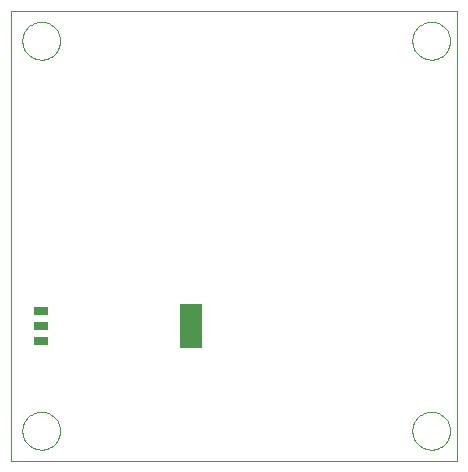
<source format=gtp>
G75*
%MOIN*%
%OFA0B0*%
%FSLAX24Y24*%
%IPPOS*%
%LPD*%
%AMOC8*
5,1,8,0,0,1.08239X$1,22.5*
%
%ADD10C,0.0000*%
%ADD11R,0.0500X0.0250*%
%ADD12R,0.0760X0.1500*%
D10*
X000180Y000180D02*
X000180Y015176D01*
X015050Y015176D01*
X015050Y000180D01*
X000180Y000180D01*
X000550Y001180D02*
X000552Y001230D01*
X000558Y001280D01*
X000568Y001329D01*
X000582Y001377D01*
X000599Y001424D01*
X000620Y001469D01*
X000645Y001513D01*
X000673Y001554D01*
X000705Y001593D01*
X000739Y001630D01*
X000776Y001664D01*
X000816Y001694D01*
X000858Y001721D01*
X000902Y001745D01*
X000948Y001766D01*
X000995Y001782D01*
X001043Y001795D01*
X001093Y001804D01*
X001142Y001809D01*
X001193Y001810D01*
X001243Y001807D01*
X001292Y001800D01*
X001341Y001789D01*
X001389Y001774D01*
X001435Y001756D01*
X001480Y001734D01*
X001523Y001708D01*
X001564Y001679D01*
X001603Y001647D01*
X001639Y001612D01*
X001671Y001574D01*
X001701Y001534D01*
X001728Y001491D01*
X001751Y001447D01*
X001770Y001401D01*
X001786Y001353D01*
X001798Y001304D01*
X001806Y001255D01*
X001810Y001205D01*
X001810Y001155D01*
X001806Y001105D01*
X001798Y001056D01*
X001786Y001007D01*
X001770Y000959D01*
X001751Y000913D01*
X001728Y000869D01*
X001701Y000826D01*
X001671Y000786D01*
X001639Y000748D01*
X001603Y000713D01*
X001564Y000681D01*
X001523Y000652D01*
X001480Y000626D01*
X001435Y000604D01*
X001389Y000586D01*
X001341Y000571D01*
X001292Y000560D01*
X001243Y000553D01*
X001193Y000550D01*
X001142Y000551D01*
X001093Y000556D01*
X001043Y000565D01*
X000995Y000578D01*
X000948Y000594D01*
X000902Y000615D01*
X000858Y000639D01*
X000816Y000666D01*
X000776Y000696D01*
X000739Y000730D01*
X000705Y000767D01*
X000673Y000806D01*
X000645Y000847D01*
X000620Y000891D01*
X000599Y000936D01*
X000582Y000983D01*
X000568Y001031D01*
X000558Y001080D01*
X000552Y001130D01*
X000550Y001180D01*
X000550Y014180D02*
X000552Y014230D01*
X000558Y014280D01*
X000568Y014329D01*
X000582Y014377D01*
X000599Y014424D01*
X000620Y014469D01*
X000645Y014513D01*
X000673Y014554D01*
X000705Y014593D01*
X000739Y014630D01*
X000776Y014664D01*
X000816Y014694D01*
X000858Y014721D01*
X000902Y014745D01*
X000948Y014766D01*
X000995Y014782D01*
X001043Y014795D01*
X001093Y014804D01*
X001142Y014809D01*
X001193Y014810D01*
X001243Y014807D01*
X001292Y014800D01*
X001341Y014789D01*
X001389Y014774D01*
X001435Y014756D01*
X001480Y014734D01*
X001523Y014708D01*
X001564Y014679D01*
X001603Y014647D01*
X001639Y014612D01*
X001671Y014574D01*
X001701Y014534D01*
X001728Y014491D01*
X001751Y014447D01*
X001770Y014401D01*
X001786Y014353D01*
X001798Y014304D01*
X001806Y014255D01*
X001810Y014205D01*
X001810Y014155D01*
X001806Y014105D01*
X001798Y014056D01*
X001786Y014007D01*
X001770Y013959D01*
X001751Y013913D01*
X001728Y013869D01*
X001701Y013826D01*
X001671Y013786D01*
X001639Y013748D01*
X001603Y013713D01*
X001564Y013681D01*
X001523Y013652D01*
X001480Y013626D01*
X001435Y013604D01*
X001389Y013586D01*
X001341Y013571D01*
X001292Y013560D01*
X001243Y013553D01*
X001193Y013550D01*
X001142Y013551D01*
X001093Y013556D01*
X001043Y013565D01*
X000995Y013578D01*
X000948Y013594D01*
X000902Y013615D01*
X000858Y013639D01*
X000816Y013666D01*
X000776Y013696D01*
X000739Y013730D01*
X000705Y013767D01*
X000673Y013806D01*
X000645Y013847D01*
X000620Y013891D01*
X000599Y013936D01*
X000582Y013983D01*
X000568Y014031D01*
X000558Y014080D01*
X000552Y014130D01*
X000550Y014180D01*
X013550Y014180D02*
X013552Y014230D01*
X013558Y014280D01*
X013568Y014329D01*
X013582Y014377D01*
X013599Y014424D01*
X013620Y014469D01*
X013645Y014513D01*
X013673Y014554D01*
X013705Y014593D01*
X013739Y014630D01*
X013776Y014664D01*
X013816Y014694D01*
X013858Y014721D01*
X013902Y014745D01*
X013948Y014766D01*
X013995Y014782D01*
X014043Y014795D01*
X014093Y014804D01*
X014142Y014809D01*
X014193Y014810D01*
X014243Y014807D01*
X014292Y014800D01*
X014341Y014789D01*
X014389Y014774D01*
X014435Y014756D01*
X014480Y014734D01*
X014523Y014708D01*
X014564Y014679D01*
X014603Y014647D01*
X014639Y014612D01*
X014671Y014574D01*
X014701Y014534D01*
X014728Y014491D01*
X014751Y014447D01*
X014770Y014401D01*
X014786Y014353D01*
X014798Y014304D01*
X014806Y014255D01*
X014810Y014205D01*
X014810Y014155D01*
X014806Y014105D01*
X014798Y014056D01*
X014786Y014007D01*
X014770Y013959D01*
X014751Y013913D01*
X014728Y013869D01*
X014701Y013826D01*
X014671Y013786D01*
X014639Y013748D01*
X014603Y013713D01*
X014564Y013681D01*
X014523Y013652D01*
X014480Y013626D01*
X014435Y013604D01*
X014389Y013586D01*
X014341Y013571D01*
X014292Y013560D01*
X014243Y013553D01*
X014193Y013550D01*
X014142Y013551D01*
X014093Y013556D01*
X014043Y013565D01*
X013995Y013578D01*
X013948Y013594D01*
X013902Y013615D01*
X013858Y013639D01*
X013816Y013666D01*
X013776Y013696D01*
X013739Y013730D01*
X013705Y013767D01*
X013673Y013806D01*
X013645Y013847D01*
X013620Y013891D01*
X013599Y013936D01*
X013582Y013983D01*
X013568Y014031D01*
X013558Y014080D01*
X013552Y014130D01*
X013550Y014180D01*
X013550Y001180D02*
X013552Y001230D01*
X013558Y001280D01*
X013568Y001329D01*
X013582Y001377D01*
X013599Y001424D01*
X013620Y001469D01*
X013645Y001513D01*
X013673Y001554D01*
X013705Y001593D01*
X013739Y001630D01*
X013776Y001664D01*
X013816Y001694D01*
X013858Y001721D01*
X013902Y001745D01*
X013948Y001766D01*
X013995Y001782D01*
X014043Y001795D01*
X014093Y001804D01*
X014142Y001809D01*
X014193Y001810D01*
X014243Y001807D01*
X014292Y001800D01*
X014341Y001789D01*
X014389Y001774D01*
X014435Y001756D01*
X014480Y001734D01*
X014523Y001708D01*
X014564Y001679D01*
X014603Y001647D01*
X014639Y001612D01*
X014671Y001574D01*
X014701Y001534D01*
X014728Y001491D01*
X014751Y001447D01*
X014770Y001401D01*
X014786Y001353D01*
X014798Y001304D01*
X014806Y001255D01*
X014810Y001205D01*
X014810Y001155D01*
X014806Y001105D01*
X014798Y001056D01*
X014786Y001007D01*
X014770Y000959D01*
X014751Y000913D01*
X014728Y000869D01*
X014701Y000826D01*
X014671Y000786D01*
X014639Y000748D01*
X014603Y000713D01*
X014564Y000681D01*
X014523Y000652D01*
X014480Y000626D01*
X014435Y000604D01*
X014389Y000586D01*
X014341Y000571D01*
X014292Y000560D01*
X014243Y000553D01*
X014193Y000550D01*
X014142Y000551D01*
X014093Y000556D01*
X014043Y000565D01*
X013995Y000578D01*
X013948Y000594D01*
X013902Y000615D01*
X013858Y000639D01*
X013816Y000666D01*
X013776Y000696D01*
X013739Y000730D01*
X013705Y000767D01*
X013673Y000806D01*
X013645Y000847D01*
X013620Y000891D01*
X013599Y000936D01*
X013582Y000983D01*
X013568Y001031D01*
X013558Y001080D01*
X013552Y001130D01*
X013550Y001180D01*
D11*
X001180Y004180D03*
X001180Y004680D03*
X001180Y005180D03*
D12*
X006180Y004680D03*
M02*

</source>
